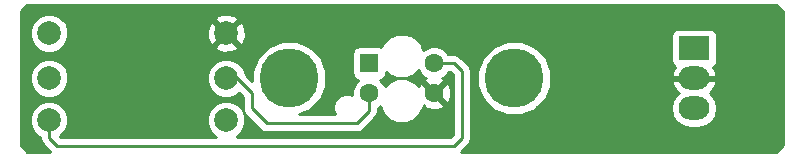
<source format=gbr>
G04 #@! TF.FileFunction,Copper,L2,Bot,Signal*
%FSLAX46Y46*%
G04 Gerber Fmt 4.6, Leading zero omitted, Abs format (unit mm)*
G04 Created by KiCad (PCBNEW 4.0.2+e4-6225~38~ubuntu15.04.1-stable) date vr 15 jul 2016 23:36:52 CEST*
%MOMM*%
G01*
G04 APERTURE LIST*
%ADD10C,0.100000*%
%ADD11C,1.998980*%
%ADD12R,2.600000X2.000000*%
%ADD13O,2.600000X2.000000*%
%ADD14R,1.600000X1.600000*%
%ADD15C,1.600000*%
%ADD16C,5.000000*%
%ADD17C,0.250000*%
%ADD18C,0.254000*%
G04 APERTURE END LIST*
D10*
D11*
X121920000Y-91440000D03*
X136920000Y-91440000D03*
D12*
X176530000Y-92710000D03*
D13*
X176530000Y-95250000D03*
X176530000Y-97790000D03*
D11*
X121920000Y-95250000D03*
X136920000Y-95250000D03*
X136906000Y-98806000D03*
X121906000Y-98806000D03*
D14*
X149015000Y-93980000D03*
D15*
X149015000Y-96520000D03*
X154515000Y-96520000D03*
X154515000Y-93980000D03*
D16*
X142240000Y-95250000D03*
X161290000Y-95250000D03*
D17*
X136920000Y-95250000D02*
X137795000Y-95250000D01*
X137795000Y-95250000D02*
X139065000Y-96520000D01*
X149015000Y-98000000D02*
X149015000Y-96520000D01*
X147955000Y-99060000D02*
X149015000Y-98000000D01*
X140335000Y-99060000D02*
X147955000Y-99060000D01*
X139065000Y-97790000D02*
X140335000Y-99060000D01*
X139065000Y-96520000D02*
X139065000Y-97790000D01*
X121906000Y-98806000D02*
X121906000Y-100316000D01*
X156210000Y-93980000D02*
X154515000Y-93980000D01*
X156845000Y-94615000D02*
X156210000Y-93980000D01*
X156845000Y-100330000D02*
X156845000Y-94615000D01*
X156210000Y-100965000D02*
X156845000Y-100330000D01*
X122555000Y-100965000D02*
X156210000Y-100965000D01*
X121906000Y-100316000D02*
X122555000Y-100965000D01*
D18*
G36*
X184023000Y-89587606D02*
X184023000Y-100912394D01*
X183462394Y-101473000D01*
X156776802Y-101473000D01*
X157382401Y-100867401D01*
X157547148Y-100620839D01*
X157605000Y-100330000D01*
X157605000Y-95870854D01*
X158154457Y-95870854D01*
X158630727Y-97023515D01*
X159511847Y-97906174D01*
X160663674Y-98384454D01*
X161910854Y-98385543D01*
X163063515Y-97909273D01*
X163182996Y-97790000D01*
X174557091Y-97790000D01*
X174681548Y-98415687D01*
X175035971Y-98946120D01*
X175566404Y-99300543D01*
X176192091Y-99425000D01*
X176867909Y-99425000D01*
X177493596Y-99300543D01*
X178024029Y-98946120D01*
X178378452Y-98415687D01*
X178502909Y-97790000D01*
X178378452Y-97164313D01*
X178024029Y-96633880D01*
X177833812Y-96506781D01*
X178075922Y-96316317D01*
X178389144Y-95758355D01*
X178420124Y-95630434D01*
X178300777Y-95377000D01*
X176657000Y-95377000D01*
X176657000Y-95397000D01*
X176403000Y-95397000D01*
X176403000Y-95377000D01*
X174759223Y-95377000D01*
X174639876Y-95630434D01*
X174670856Y-95758355D01*
X174984078Y-96316317D01*
X175226188Y-96506781D01*
X175035971Y-96633880D01*
X174681548Y-97164313D01*
X174557091Y-97790000D01*
X163182996Y-97790000D01*
X163946174Y-97028153D01*
X164424454Y-95876326D01*
X164425543Y-94629146D01*
X163949273Y-93476485D01*
X163068153Y-92593826D01*
X161916326Y-92115546D01*
X160669146Y-92114457D01*
X159516485Y-92590727D01*
X158633826Y-93471847D01*
X158155546Y-94623674D01*
X158154457Y-95870854D01*
X157605000Y-95870854D01*
X157605000Y-94615000D01*
X157547148Y-94324161D01*
X157382401Y-94077599D01*
X156747401Y-93442599D01*
X156500839Y-93277852D01*
X156210000Y-93220000D01*
X155753646Y-93220000D01*
X155732243Y-93168200D01*
X155328923Y-92764176D01*
X154801691Y-92545250D01*
X154230813Y-92544752D01*
X153703200Y-92762757D01*
X153603183Y-92862600D01*
X153363957Y-92283628D01*
X152834161Y-91752907D01*
X152730830Y-91710000D01*
X174582560Y-91710000D01*
X174582560Y-93710000D01*
X174626838Y-93945317D01*
X174765910Y-94161441D01*
X174932620Y-94275349D01*
X174670856Y-94741645D01*
X174639876Y-94869566D01*
X174759223Y-95123000D01*
X176403000Y-95123000D01*
X176403000Y-95103000D01*
X176657000Y-95103000D01*
X176657000Y-95123000D01*
X178300777Y-95123000D01*
X178420124Y-94869566D01*
X178389144Y-94741645D01*
X178126505Y-94273789D01*
X178281441Y-94174090D01*
X178426431Y-93961890D01*
X178477440Y-93710000D01*
X178477440Y-91710000D01*
X178433162Y-91474683D01*
X178294090Y-91258559D01*
X178081890Y-91113569D01*
X177830000Y-91062560D01*
X175230000Y-91062560D01*
X174994683Y-91106838D01*
X174778559Y-91245910D01*
X174633569Y-91458110D01*
X174582560Y-91710000D01*
X152730830Y-91710000D01*
X152141595Y-91465328D01*
X151391695Y-91464674D01*
X150698628Y-91751043D01*
X150167907Y-92280839D01*
X150044117Y-92578957D01*
X149815000Y-92532560D01*
X148215000Y-92532560D01*
X147979683Y-92576838D01*
X147763559Y-92715910D01*
X147618569Y-92928110D01*
X147567560Y-93180000D01*
X147567560Y-94780000D01*
X147611838Y-95015317D01*
X147750910Y-95231441D01*
X147963110Y-95376431D01*
X148101354Y-95404426D01*
X147799176Y-95706077D01*
X147580250Y-96233309D01*
X147579874Y-96664073D01*
X147341756Y-96565197D01*
X146890225Y-96564803D01*
X146472914Y-96737233D01*
X146153355Y-97056235D01*
X145980197Y-97473244D01*
X145979803Y-97924775D01*
X146134843Y-98300000D01*
X143067884Y-98300000D01*
X144013515Y-97909273D01*
X144896174Y-97028153D01*
X145374454Y-95876326D01*
X145375543Y-94629146D01*
X144899273Y-93476485D01*
X144018153Y-92593826D01*
X142866326Y-92115546D01*
X141619146Y-92114457D01*
X140466485Y-92590727D01*
X139583826Y-93471847D01*
X139105546Y-94623674D01*
X139104794Y-95484992D01*
X138554766Y-94934964D01*
X138554774Y-94926306D01*
X138306462Y-94325345D01*
X137847073Y-93865154D01*
X137246547Y-93615794D01*
X136596306Y-93615226D01*
X135995345Y-93863538D01*
X135535154Y-94322927D01*
X135285794Y-94923453D01*
X135285226Y-95573694D01*
X135533538Y-96174655D01*
X135992927Y-96634846D01*
X136593453Y-96884206D01*
X137243694Y-96884774D01*
X137844655Y-96636462D01*
X137975772Y-96505574D01*
X138305000Y-96834802D01*
X138305000Y-97790000D01*
X138351676Y-98024654D01*
X138292462Y-97881345D01*
X137833073Y-97421154D01*
X137232547Y-97171794D01*
X136582306Y-97171226D01*
X135981345Y-97419538D01*
X135521154Y-97878927D01*
X135271794Y-98479453D01*
X135271226Y-99129694D01*
X135519538Y-99730655D01*
X135978927Y-100190846D01*
X136013014Y-100205000D01*
X122869802Y-100205000D01*
X122843971Y-100179169D01*
X123290846Y-99733073D01*
X123540206Y-99132547D01*
X123540774Y-98482306D01*
X123292462Y-97881345D01*
X122833073Y-97421154D01*
X122232547Y-97171794D01*
X121582306Y-97171226D01*
X120981345Y-97419538D01*
X120521154Y-97878927D01*
X120271794Y-98479453D01*
X120271226Y-99129694D01*
X120519538Y-99730655D01*
X120978927Y-100190846D01*
X121146000Y-100260221D01*
X121146000Y-100316000D01*
X121203852Y-100606839D01*
X121368599Y-100853401D01*
X121988198Y-101473000D01*
X120067606Y-101473000D01*
X119507000Y-100912394D01*
X119507000Y-95573694D01*
X120285226Y-95573694D01*
X120533538Y-96174655D01*
X120992927Y-96634846D01*
X121593453Y-96884206D01*
X122243694Y-96884774D01*
X122844655Y-96636462D01*
X123304846Y-96177073D01*
X123554206Y-95576547D01*
X123554774Y-94926306D01*
X123306462Y-94325345D01*
X122847073Y-93865154D01*
X122246547Y-93615794D01*
X121596306Y-93615226D01*
X120995345Y-93863538D01*
X120535154Y-94322927D01*
X120285794Y-94923453D01*
X120285226Y-95573694D01*
X119507000Y-95573694D01*
X119507000Y-91763694D01*
X120285226Y-91763694D01*
X120533538Y-92364655D01*
X120992927Y-92824846D01*
X121593453Y-93074206D01*
X122243694Y-93074774D01*
X122844655Y-92826462D01*
X123079363Y-92592163D01*
X135947443Y-92592163D01*
X136046042Y-92858965D01*
X136655582Y-93085401D01*
X137305377Y-93061341D01*
X137793958Y-92858965D01*
X137892557Y-92592163D01*
X136920000Y-91619605D01*
X135947443Y-92592163D01*
X123079363Y-92592163D01*
X123304846Y-92367073D01*
X123554206Y-91766547D01*
X123554722Y-91175582D01*
X135274599Y-91175582D01*
X135298659Y-91825377D01*
X135501035Y-92313958D01*
X135767837Y-92412557D01*
X136740395Y-91440000D01*
X137099605Y-91440000D01*
X138072163Y-92412557D01*
X138338965Y-92313958D01*
X138565401Y-91704418D01*
X138541341Y-91054623D01*
X138338965Y-90566042D01*
X138072163Y-90467443D01*
X137099605Y-91440000D01*
X136740395Y-91440000D01*
X135767837Y-90467443D01*
X135501035Y-90566042D01*
X135274599Y-91175582D01*
X123554722Y-91175582D01*
X123554774Y-91116306D01*
X123306462Y-90515345D01*
X123079351Y-90287837D01*
X135947443Y-90287837D01*
X136920000Y-91260395D01*
X137892557Y-90287837D01*
X137793958Y-90021035D01*
X137184418Y-89794599D01*
X136534623Y-89818659D01*
X136046042Y-90021035D01*
X135947443Y-90287837D01*
X123079351Y-90287837D01*
X122847073Y-90055154D01*
X122246547Y-89805794D01*
X121596306Y-89805226D01*
X120995345Y-90053538D01*
X120535154Y-90512927D01*
X120285794Y-91113453D01*
X120285226Y-91763694D01*
X119507000Y-91763694D01*
X119507000Y-89587606D01*
X120067606Y-89027000D01*
X183462394Y-89027000D01*
X184023000Y-89587606D01*
X184023000Y-89587606D01*
G37*
X184023000Y-89587606D02*
X184023000Y-100912394D01*
X183462394Y-101473000D01*
X156776802Y-101473000D01*
X157382401Y-100867401D01*
X157547148Y-100620839D01*
X157605000Y-100330000D01*
X157605000Y-95870854D01*
X158154457Y-95870854D01*
X158630727Y-97023515D01*
X159511847Y-97906174D01*
X160663674Y-98384454D01*
X161910854Y-98385543D01*
X163063515Y-97909273D01*
X163182996Y-97790000D01*
X174557091Y-97790000D01*
X174681548Y-98415687D01*
X175035971Y-98946120D01*
X175566404Y-99300543D01*
X176192091Y-99425000D01*
X176867909Y-99425000D01*
X177493596Y-99300543D01*
X178024029Y-98946120D01*
X178378452Y-98415687D01*
X178502909Y-97790000D01*
X178378452Y-97164313D01*
X178024029Y-96633880D01*
X177833812Y-96506781D01*
X178075922Y-96316317D01*
X178389144Y-95758355D01*
X178420124Y-95630434D01*
X178300777Y-95377000D01*
X176657000Y-95377000D01*
X176657000Y-95397000D01*
X176403000Y-95397000D01*
X176403000Y-95377000D01*
X174759223Y-95377000D01*
X174639876Y-95630434D01*
X174670856Y-95758355D01*
X174984078Y-96316317D01*
X175226188Y-96506781D01*
X175035971Y-96633880D01*
X174681548Y-97164313D01*
X174557091Y-97790000D01*
X163182996Y-97790000D01*
X163946174Y-97028153D01*
X164424454Y-95876326D01*
X164425543Y-94629146D01*
X163949273Y-93476485D01*
X163068153Y-92593826D01*
X161916326Y-92115546D01*
X160669146Y-92114457D01*
X159516485Y-92590727D01*
X158633826Y-93471847D01*
X158155546Y-94623674D01*
X158154457Y-95870854D01*
X157605000Y-95870854D01*
X157605000Y-94615000D01*
X157547148Y-94324161D01*
X157382401Y-94077599D01*
X156747401Y-93442599D01*
X156500839Y-93277852D01*
X156210000Y-93220000D01*
X155753646Y-93220000D01*
X155732243Y-93168200D01*
X155328923Y-92764176D01*
X154801691Y-92545250D01*
X154230813Y-92544752D01*
X153703200Y-92762757D01*
X153603183Y-92862600D01*
X153363957Y-92283628D01*
X152834161Y-91752907D01*
X152730830Y-91710000D01*
X174582560Y-91710000D01*
X174582560Y-93710000D01*
X174626838Y-93945317D01*
X174765910Y-94161441D01*
X174932620Y-94275349D01*
X174670856Y-94741645D01*
X174639876Y-94869566D01*
X174759223Y-95123000D01*
X176403000Y-95123000D01*
X176403000Y-95103000D01*
X176657000Y-95103000D01*
X176657000Y-95123000D01*
X178300777Y-95123000D01*
X178420124Y-94869566D01*
X178389144Y-94741645D01*
X178126505Y-94273789D01*
X178281441Y-94174090D01*
X178426431Y-93961890D01*
X178477440Y-93710000D01*
X178477440Y-91710000D01*
X178433162Y-91474683D01*
X178294090Y-91258559D01*
X178081890Y-91113569D01*
X177830000Y-91062560D01*
X175230000Y-91062560D01*
X174994683Y-91106838D01*
X174778559Y-91245910D01*
X174633569Y-91458110D01*
X174582560Y-91710000D01*
X152730830Y-91710000D01*
X152141595Y-91465328D01*
X151391695Y-91464674D01*
X150698628Y-91751043D01*
X150167907Y-92280839D01*
X150044117Y-92578957D01*
X149815000Y-92532560D01*
X148215000Y-92532560D01*
X147979683Y-92576838D01*
X147763559Y-92715910D01*
X147618569Y-92928110D01*
X147567560Y-93180000D01*
X147567560Y-94780000D01*
X147611838Y-95015317D01*
X147750910Y-95231441D01*
X147963110Y-95376431D01*
X148101354Y-95404426D01*
X147799176Y-95706077D01*
X147580250Y-96233309D01*
X147579874Y-96664073D01*
X147341756Y-96565197D01*
X146890225Y-96564803D01*
X146472914Y-96737233D01*
X146153355Y-97056235D01*
X145980197Y-97473244D01*
X145979803Y-97924775D01*
X146134843Y-98300000D01*
X143067884Y-98300000D01*
X144013515Y-97909273D01*
X144896174Y-97028153D01*
X145374454Y-95876326D01*
X145375543Y-94629146D01*
X144899273Y-93476485D01*
X144018153Y-92593826D01*
X142866326Y-92115546D01*
X141619146Y-92114457D01*
X140466485Y-92590727D01*
X139583826Y-93471847D01*
X139105546Y-94623674D01*
X139104794Y-95484992D01*
X138554766Y-94934964D01*
X138554774Y-94926306D01*
X138306462Y-94325345D01*
X137847073Y-93865154D01*
X137246547Y-93615794D01*
X136596306Y-93615226D01*
X135995345Y-93863538D01*
X135535154Y-94322927D01*
X135285794Y-94923453D01*
X135285226Y-95573694D01*
X135533538Y-96174655D01*
X135992927Y-96634846D01*
X136593453Y-96884206D01*
X137243694Y-96884774D01*
X137844655Y-96636462D01*
X137975772Y-96505574D01*
X138305000Y-96834802D01*
X138305000Y-97790000D01*
X138351676Y-98024654D01*
X138292462Y-97881345D01*
X137833073Y-97421154D01*
X137232547Y-97171794D01*
X136582306Y-97171226D01*
X135981345Y-97419538D01*
X135521154Y-97878927D01*
X135271794Y-98479453D01*
X135271226Y-99129694D01*
X135519538Y-99730655D01*
X135978927Y-100190846D01*
X136013014Y-100205000D01*
X122869802Y-100205000D01*
X122843971Y-100179169D01*
X123290846Y-99733073D01*
X123540206Y-99132547D01*
X123540774Y-98482306D01*
X123292462Y-97881345D01*
X122833073Y-97421154D01*
X122232547Y-97171794D01*
X121582306Y-97171226D01*
X120981345Y-97419538D01*
X120521154Y-97878927D01*
X120271794Y-98479453D01*
X120271226Y-99129694D01*
X120519538Y-99730655D01*
X120978927Y-100190846D01*
X121146000Y-100260221D01*
X121146000Y-100316000D01*
X121203852Y-100606839D01*
X121368599Y-100853401D01*
X121988198Y-101473000D01*
X120067606Y-101473000D01*
X119507000Y-100912394D01*
X119507000Y-95573694D01*
X120285226Y-95573694D01*
X120533538Y-96174655D01*
X120992927Y-96634846D01*
X121593453Y-96884206D01*
X122243694Y-96884774D01*
X122844655Y-96636462D01*
X123304846Y-96177073D01*
X123554206Y-95576547D01*
X123554774Y-94926306D01*
X123306462Y-94325345D01*
X122847073Y-93865154D01*
X122246547Y-93615794D01*
X121596306Y-93615226D01*
X120995345Y-93863538D01*
X120535154Y-94322927D01*
X120285794Y-94923453D01*
X120285226Y-95573694D01*
X119507000Y-95573694D01*
X119507000Y-91763694D01*
X120285226Y-91763694D01*
X120533538Y-92364655D01*
X120992927Y-92824846D01*
X121593453Y-93074206D01*
X122243694Y-93074774D01*
X122844655Y-92826462D01*
X123079363Y-92592163D01*
X135947443Y-92592163D01*
X136046042Y-92858965D01*
X136655582Y-93085401D01*
X137305377Y-93061341D01*
X137793958Y-92858965D01*
X137892557Y-92592163D01*
X136920000Y-91619605D01*
X135947443Y-92592163D01*
X123079363Y-92592163D01*
X123304846Y-92367073D01*
X123554206Y-91766547D01*
X123554722Y-91175582D01*
X135274599Y-91175582D01*
X135298659Y-91825377D01*
X135501035Y-92313958D01*
X135767837Y-92412557D01*
X136740395Y-91440000D01*
X137099605Y-91440000D01*
X138072163Y-92412557D01*
X138338965Y-92313958D01*
X138565401Y-91704418D01*
X138541341Y-91054623D01*
X138338965Y-90566042D01*
X138072163Y-90467443D01*
X137099605Y-91440000D01*
X136740395Y-91440000D01*
X135767837Y-90467443D01*
X135501035Y-90566042D01*
X135274599Y-91175582D01*
X123554722Y-91175582D01*
X123554774Y-91116306D01*
X123306462Y-90515345D01*
X123079351Y-90287837D01*
X135947443Y-90287837D01*
X136920000Y-91260395D01*
X137892557Y-90287837D01*
X137793958Y-90021035D01*
X137184418Y-89794599D01*
X136534623Y-89818659D01*
X136046042Y-90021035D01*
X135947443Y-90287837D01*
X123079351Y-90287837D01*
X122847073Y-90055154D01*
X122246547Y-89805794D01*
X121596306Y-89805226D01*
X120995345Y-90053538D01*
X120535154Y-90512927D01*
X120285794Y-91113453D01*
X120285226Y-91763694D01*
X119507000Y-91763694D01*
X119507000Y-89587606D01*
X120067606Y-89027000D01*
X183462394Y-89027000D01*
X184023000Y-89587606D01*
G36*
X153297757Y-94791800D02*
X153701077Y-95195824D01*
X153815768Y-95243448D01*
X153760995Y-95266136D01*
X153686861Y-95512255D01*
X154515000Y-96340395D01*
X155343139Y-95512255D01*
X155269005Y-95266136D01*
X155210746Y-95245195D01*
X155326800Y-95197243D01*
X155730824Y-94793923D01*
X155753215Y-94740000D01*
X155895198Y-94740000D01*
X156085000Y-94929802D01*
X156085000Y-100015198D01*
X155895198Y-100205000D01*
X137800311Y-100205000D01*
X137830655Y-100192462D01*
X138290846Y-99733073D01*
X138540206Y-99132547D01*
X138540774Y-98482306D01*
X138394400Y-98128054D01*
X138527599Y-98327401D01*
X139797599Y-99597401D01*
X140044160Y-99762148D01*
X140335000Y-99820000D01*
X147955000Y-99820000D01*
X148245839Y-99762148D01*
X148492401Y-99597401D01*
X149552401Y-98537401D01*
X149717148Y-98290840D01*
X149775000Y-98000000D01*
X149775000Y-97758646D01*
X149826800Y-97737243D01*
X149926817Y-97637400D01*
X150166043Y-98216372D01*
X150695839Y-98747093D01*
X151388405Y-99034672D01*
X152138305Y-99035326D01*
X152831372Y-98748957D01*
X153362093Y-98219161D01*
X153622446Y-97592162D01*
X153686861Y-97527747D01*
X153760995Y-97773864D01*
X154298223Y-97966965D01*
X154868454Y-97939778D01*
X155269005Y-97773864D01*
X155343139Y-97527745D01*
X154515000Y-96699605D01*
X154500858Y-96713748D01*
X154321252Y-96534142D01*
X154335395Y-96520000D01*
X154694605Y-96520000D01*
X155522745Y-97348139D01*
X155768864Y-97274005D01*
X155961965Y-96736777D01*
X155934778Y-96166546D01*
X155768864Y-95765995D01*
X155522745Y-95691861D01*
X154694605Y-96520000D01*
X154335395Y-96520000D01*
X153507255Y-95691861D01*
X153261136Y-95765995D01*
X153204413Y-95923805D01*
X152834161Y-95552907D01*
X152141595Y-95265328D01*
X151391695Y-95264674D01*
X150698628Y-95551043D01*
X150322464Y-95926551D01*
X150232243Y-95708200D01*
X149930312Y-95405742D01*
X150050317Y-95383162D01*
X150266441Y-95244090D01*
X150411431Y-95031890D01*
X150462440Y-94780000D01*
X150462440Y-94713286D01*
X150695839Y-94947093D01*
X151388405Y-95234672D01*
X152138305Y-95235326D01*
X152831372Y-94948957D01*
X153207536Y-94573449D01*
X153297757Y-94791800D01*
X153297757Y-94791800D01*
G37*
X153297757Y-94791800D02*
X153701077Y-95195824D01*
X153815768Y-95243448D01*
X153760995Y-95266136D01*
X153686861Y-95512255D01*
X154515000Y-96340395D01*
X155343139Y-95512255D01*
X155269005Y-95266136D01*
X155210746Y-95245195D01*
X155326800Y-95197243D01*
X155730824Y-94793923D01*
X155753215Y-94740000D01*
X155895198Y-94740000D01*
X156085000Y-94929802D01*
X156085000Y-100015198D01*
X155895198Y-100205000D01*
X137800311Y-100205000D01*
X137830655Y-100192462D01*
X138290846Y-99733073D01*
X138540206Y-99132547D01*
X138540774Y-98482306D01*
X138394400Y-98128054D01*
X138527599Y-98327401D01*
X139797599Y-99597401D01*
X140044160Y-99762148D01*
X140335000Y-99820000D01*
X147955000Y-99820000D01*
X148245839Y-99762148D01*
X148492401Y-99597401D01*
X149552401Y-98537401D01*
X149717148Y-98290840D01*
X149775000Y-98000000D01*
X149775000Y-97758646D01*
X149826800Y-97737243D01*
X149926817Y-97637400D01*
X150166043Y-98216372D01*
X150695839Y-98747093D01*
X151388405Y-99034672D01*
X152138305Y-99035326D01*
X152831372Y-98748957D01*
X153362093Y-98219161D01*
X153622446Y-97592162D01*
X153686861Y-97527747D01*
X153760995Y-97773864D01*
X154298223Y-97966965D01*
X154868454Y-97939778D01*
X155269005Y-97773864D01*
X155343139Y-97527745D01*
X154515000Y-96699605D01*
X154500858Y-96713748D01*
X154321252Y-96534142D01*
X154335395Y-96520000D01*
X154694605Y-96520000D01*
X155522745Y-97348139D01*
X155768864Y-97274005D01*
X155961965Y-96736777D01*
X155934778Y-96166546D01*
X155768864Y-95765995D01*
X155522745Y-95691861D01*
X154694605Y-96520000D01*
X154335395Y-96520000D01*
X153507255Y-95691861D01*
X153261136Y-95765995D01*
X153204413Y-95923805D01*
X152834161Y-95552907D01*
X152141595Y-95265328D01*
X151391695Y-95264674D01*
X150698628Y-95551043D01*
X150322464Y-95926551D01*
X150232243Y-95708200D01*
X149930312Y-95405742D01*
X150050317Y-95383162D01*
X150266441Y-95244090D01*
X150411431Y-95031890D01*
X150462440Y-94780000D01*
X150462440Y-94713286D01*
X150695839Y-94947093D01*
X151388405Y-95234672D01*
X152138305Y-95235326D01*
X152831372Y-94948957D01*
X153207536Y-94573449D01*
X153297757Y-94791800D01*
M02*

</source>
